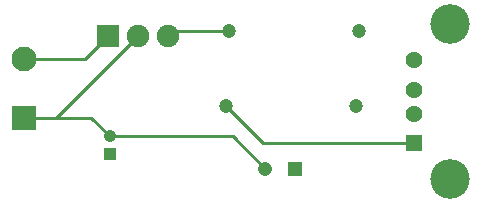
<source format=gbr>
%TF.GenerationSoftware,Altium Limited,Altium Designer,24.5.2 (23)*%
G04 Layer_Physical_Order=2*
G04 Layer_Color=16711680*
%FSLAX45Y45*%
%MOMM*%
%TF.SameCoordinates,212D60A0-F292-481F-8A48-AB94694DD674*%
%TF.FilePolarity,Positive*%
%TF.FileFunction,Copper,L2,Bot,Signal*%
%TF.Part,Single*%
G01*
G75*
%TA.AperFunction,Conductor*%
%ADD11C,0.25400*%
%TA.AperFunction,ComponentPad*%
%ADD12C,1.20800*%
%ADD13R,1.20800X1.20800*%
%ADD14C,1.20000*%
%ADD15C,1.05000*%
%ADD16R,1.05000X1.05000*%
%ADD17C,1.91000*%
%ADD18R,1.91000X1.91000*%
%ADD19C,1.42800*%
%ADD20R,1.42800X1.42800*%
%ADD21C,3.34600*%
%ADD22C,2.10000*%
%ADD23R,2.10000X2.10000*%
D11*
X3318698Y3280598D02*
X3615502D01*
X4268201Y4013200D02*
X4783999D01*
X3773099Y3123001D02*
X4814499D01*
X5092700Y2844800D01*
X4268201Y3975100D02*
Y4013200D01*
X3048000Y3780602D02*
X3563701D01*
X3758199Y3975100D01*
X3048000Y3280598D02*
X3318698D01*
X4013200Y3975100D01*
X3615502Y3280598D02*
X3773099Y3123001D01*
X4758599Y3378200D02*
X5070500Y3066298D01*
X6354801D01*
D12*
X5092700Y2844800D02*
D03*
D13*
X5346700D02*
D03*
D14*
X4758599Y3378200D02*
D03*
X5858601D02*
D03*
X4783999Y4013200D02*
D03*
X5884001D02*
D03*
D15*
X3773099Y3123001D02*
D03*
D16*
Y2972999D02*
D03*
D17*
X4268201Y3975100D02*
D03*
X4013200D02*
D03*
D18*
X3758199D02*
D03*
D19*
X6354801Y3766302D02*
D03*
Y3516300D02*
D03*
Y3316300D02*
D03*
D20*
Y3066298D02*
D03*
D21*
X6654800Y4073301D02*
D03*
Y2759299D02*
D03*
D22*
X3048000Y3780602D02*
D03*
D23*
Y3280598D02*
D03*
%TF.MD5,2ced3d96956fe397a98353621fa7feb3*%
M02*

</source>
